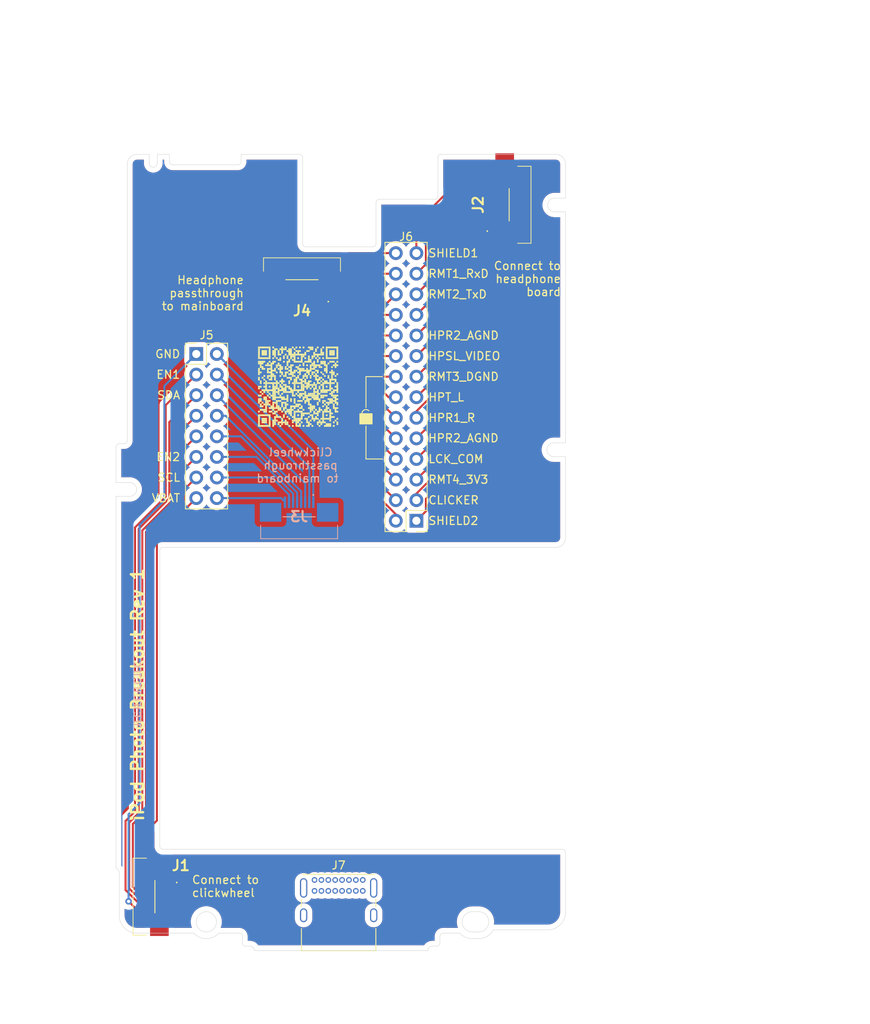
<source format=kicad_pcb>
(kicad_pcb (version 20221018) (generator pcbnew)
  (layers (0 "F.Cu" signal) (31 "B.Cu" signal) (34 "B.Paste" user) (35 "F.Paste" user) (36 "B.SilkS" user "B.Silkscreen") (37 "F.SilkS" user "F.Silkscreen") (38 "B.Mask" user) (39 "F.Mask" user) (44 "Edge.Cuts" user))
  (property "DATE" "YYYY-MM-DD HH:MM:SS")
  (property "REVISION" "DEV")
  (net 0 "")
  (net 5 "CW_5")
  (net 6 "CW_4")
  (net 7 "HP_11")
  (net 10 "CW_5MB")
  (net 11 "CW_4MB")
  (net 14 "HP_11MB")
  (net 25 "CW_GND")
  (net 26 "CW_SDA")
  (net 27 "CW_SCL")
  (net 28 "CW_VBAT")
  (net 29 "CW_VBATMB")
  (net 30 "CW_SCLMB")
  (net 31 "CW_SDAMB")
  (net 32 "CW_GNDMB")
  (net 33 "CW_EN1")
  (net 34 "CW_EN2")
  (net 35 "CW_EN2MB")
  (net 36 "CW_EN1MB")
  (net 37 "HP_SHIELD1")
  (net 38 "HP_HPR2_AGND")
  (net 39 "HP_HPSL_VIDEO")
  (net 40 "HP_RMT3_DGND")
  (net 41 "HP_HPT_L")
  (net 42 "HP_HPR1_R")
  (net 43 "HP_LCK_COM")
  (net 44 "HP_RMT1_RxD")
  (net 45 "HP_RMT2_TxD")
  (net 46 "HP_RMT4_3V3")
  (net 47 "HP_SHIELD2")
  (net 48 "HP_CLICKER")
  (net 49 "HP_SHIELD2MB")
  (net 50 "HP_LCK_COMMB")
  (net 51 "HP_HPR1_RMB")
  (net 52 "HP_HPT_LMB")
  (net 53 "HP_RMT3_DGNDMB")
  (net 54 "HP_HPSL_VIDEOMB")
  (net 55 "HP_HPR2_AGNDMB")
  (net 56 "HP_CLICKERMB")
  (net 57 "HP_RMT4_3V3MB")
  (net 58 "HP_RMT2_TxDMB")
  (net 59 "HP_SHIELD1MB")
  (net 60 "HP_RMT1_RxDMB")
  (net 62 "HP_HPR2_AGND#2")
  (net 63 "HP_HPR2_AGNDMB#2")
  (footprint "Gigahawk:SFV8R2STE1HLF" (layer "F.Cu") (at 44.069 134.778 -90)
    (fp_text reference "J1" (at -3.841 -3.175 180) (layer "F.SilkS") (effects (font (size 1.27 1.27) (thickness 0.254))))
    (fp_text value "SFV8R-2STE1HLF" hide)
    (pad "1" smd rect (at -1.75 -1.775 270) (size 0.3 1.4) (layers "F.Cu" "F.Paste" "F.Mask") (net 28 "CW_VBAT"))
    (pad "2" smd rect (at -1.25 -1.775 270) (size 0.3 1.4) (layers "F.Cu" "F.Paste" "F.Mask") (net 27 "CW_SCL"))
    (pad "3" smd rect (at -0.75 -1.775 270) (size 0.3 1.4) (layers "F.Cu" "F.Paste" "F.Mask") (net 34 "CW_EN2"))
    (pad "4" smd rect (at -0.25 -1.775 270) (size 0.3 1.4) (layers "F.Cu" "F.Paste" "F.Mask") (net 6 "CW_4"))
    (pad "5" smd rect (at 0.25 -1.775 270) (size 0.3 1.4) (layers "F.Cu" "F.Paste" "F.Mask") (net 5 "CW_5"))
    (pad "6" smd rect (at 0.75 -1.775 270) (size 0.3 1.4) (layers "F.Cu" "F.Paste" "F.Mask") (net 26 "CW_SDA"))
    (pad "7" smd rect (at 1.25 -1.775 270) (size 0.3 1.4) (layers "F.Cu" "F.Paste" "F.Mask") (net 33 "CW_EN1"))
    (pad "8" smd rect (at 1.75 -1.775 270) (size 0.3 1.4) (layers "F.Cu" "F.Paste" "F.Mask") (net 25 "CW_GND"))
    (pad "M1" smd rect (at -3.525 -0.525) (size 2.3 2.65) (layers "F.Cu" "F.Paste" "F.Mask"))
    (pad "M2" smd rect (at 3.525 -0.525) (size 2.3 2.65) (layers "F.Cu" "F.Paste" "F.Mask"))
  )
  (footprint "Gigahawk:SFV14R2STE1HLF" (layer "F.Cu") (at 87.757 49.403 90)
    (fp_text reference "J2" (at 0 -3.81 90) (layer "F.SilkS") (effects (font (size 1.27 1.27) (thickness 0.254))))
    (fp_text value "SFV14R-2STE1HLF" hide)
    (pad "1" smd rect (at -3.25 -1.775 90) (size 0.3 1.4) (layers "F.Cu" "F.Paste" "F.Mask") (net 47 "HP_SHIELD2"))
    (pad "2" smd rect (at -2.75 -1.775 90) (size 0.3 1.4) (layers "F.Cu" "F.Paste" "F.Mask") (net 48 "HP_CLICKER"))
    (pad "3" smd rect (at -2.25 -1.775 90) (size 0.3 1.4) (layers "F.Cu" "F.Paste" "F.Mask") (net 46 "HP_RMT4_3V3"))
    (pad "4" smd rect (at -1.75 -1.775 90) (size 0.3 1.4) (layers "F.Cu" "F.Paste" "F.Mask") (net 43 "HP_LCK_COM"))
    (pad "5" smd rect (at -1.25 -1.775 90) (size 0.3 1.4) (layers "F.Cu" "F.Paste" "F.Mask") (net 62 "HP_HPR2_AGND#2"))
    (pad "6" smd rect (at -0.75 -1.775 90) (size 0.3 1.4) (layers "F.Cu" "F.Paste" "F.Mask") (net 42 "HP_HPR1_R"))
    (pad "7" smd rect (at -0.25 -1.775 90) (size 0.3 1.4) (layers "F.Cu" "F.Paste" "F.Mask") (net 41 "HP_HPT_L"))
    (pad "8" smd rect (at 0.25 -1.775 90) (size 0.3 1.4) (layers "F.Cu" "F.Paste" "F.Mask") (net 40 "HP_RMT3_DGND"))
    (pad "9" smd rect (at 0.75 -1.775 90) (size 0.3 1.4) (layers "F.Cu" "F.Paste" "F.Mask") (net 39 "HP_HPSL_VIDEO"))
    (pad "10" smd rect (at 1.25 -1.775 90) (size 0.3 1.4) (layers "F.Cu" "F.Paste" "F.Mask") (net 38 "HP_HPR2_AGND"))
    (pad "11" smd rect (at 1.75 -1.775 90) (size 0.3 1.4) (layers "F.Cu" "F.Paste" "F.Mask") (net 7 "HP_11"))
    (pad "12" smd rect (at 2.25 -1.775 90) (size 0.3 1.4) (layers "F.Cu" "F.Paste" "F.Mask") (net 45 "HP_RMT2_TxD"))
    (pad "13" smd rect (at 2.75 -1.775 90) (size 0.3 1.4) (layers "F.Cu" "F.Paste" "F.Mask") (net 44 "HP_RMT1_RxD"))
    (pad "14" smd rect (at 3.25 -1.775 90) (size 0.3 1.4) (layers "F.Cu" "F.Paste" "F.Mask") (net 37 "HP_SHIELD1"))
    (pad "M1" smd rect (at -5.025 -0.525 180) (size 2.3 2.65) (layers "F.Cu" "F.Paste" "F.Mask"))
    (pad "M2" smd rect (at 5.025 -0.525 180) (size 2.3 2.65) (layers "F.Cu" "F.Paste" "F.Mask"))
  )
  (footprint "Gigahawk:SFV14R2STE1HLF" (layer "F.Cu") (at 62.202 58.677 180)
    (fp_text reference "J4" (at 0 -3.81) (layer "F.SilkS") (effects (font (size 1.27 1.27) (thickness 0.254))))
    (fp_text value "SFV14R-2STE1HLF" hide)
    (pad "1" smd rect (at -3.25 -1.775 180) (size 0.3 1.4) (layers "F.Cu" "F.Paste" "F.Mask") (net 59 "HP_SHIELD1MB"))
    (pad "2" smd rect (at -2.75 -1.775 180) (size 0.3 1.4) (layers "F.Cu" "F.Paste" "F.Mask") (net 60 "HP_RMT1_RxDMB"))
    (pad "3" smd rect (at -2.25 -1.775 180) (size 0.3 1.4) (layers "F.Cu" "F.Paste" "F.Mask") (net 58 "HP_RMT2_TxDMB"))
    (pad "4" smd rect (at -1.75 -1.775 180) (size 0.3 1.4) (layers "F.Cu" "F.Paste" "F.Mask") (net 14 "HP_11MB"))
    (pad "5" smd rect (at -1.25 -1.775 180) (size 0.3 1.4) (layers "F.Cu" "F.Paste" "F.Mask") (net 55 "HP_HPR2_AGNDMB"))
    (pad "6" smd rect (at -0.75 -1.775 180) (size 0.3 1.4) (layers "F.Cu" "F.Paste" "F.Mask") (net 54 "HP_HPSL_VIDEOMB"))
    (pad "7" smd rect (at -0.25 -1.775 180) (size 0.3 1.4) (layers "F.Cu" "F.Paste" "F.Mask") (net 53 "HP_RMT3_DGNDMB"))
    (pad "8" smd rect (at 0.25 -1.775 180) (size 0.3 1.4) (layers "F.Cu" "F.Paste" "F.Mask") (net 52 "HP_HPT_LMB"))
    (pad "9" smd rect (at 0.75 -1.775 180) (size 0.3 1.4) (layers "F.Cu" "F.Paste" "F.Mask") (net 51 "HP_HPR1_RMB"))
    (pad "10" smd rect (at 1.25 -1.775 180) (size 0.3 1.4) (layers "F.Cu" "F.Paste" "F.Mask") (net 63 "HP_HPR2_AGNDMB#2"))
    (pad "11" smd rect (at 1.75 -1.775 180) (size 0.3 1.4) (layers "F.Cu" "F.Paste" "F.Mask") (net 50 "HP_LCK_COMMB"))
    (pad "12" smd rect (at 2.25 -1.775 180) (size 0.3 1.4) (layers "F.Cu" "F.Paste" "F.Mask") (net 57 "HP_RMT4_3V3MB"))
    (pad "13" smd rect (at 2.75 -1.775 180) (size 0.3 1.4) (layers "F.Cu" "F.Paste" "F.Mask") (net 56 "HP_CLICKERMB"))
    (pad "14" smd rect (at 3.25 -1.775 180) (size 0.3 1.4) (layers "F.Cu" "F.Paste" "F.Mask") (net 49 "HP_SHIELD2MB"))
    (pad "M1" smd rect (at -5.025 -0.525 270) (size 2.3 2.65) (layers "F.Cu" "F.Paste" "F.Mask"))
    (pad "M2" smd rect (at 5.025 -0.525 270) (size 2.3 2.65) (layers "F.Cu" "F.Paste" "F.Mask"))
  )
  (footprint "Connector_PinHeader_2.54mm:PinHeader_2x08_P2.54mm_Vertical" (layer "F.Cu") (at 49.149 67.818)
    (fp_text reference "J5" (at 1.27 -2.33) (layer "F.SilkS"))
    (fp_text value "Conn_02x08_Odd_Even")
    (pad "1" thru_hole rect (at 0 0) (size 1.7 1.7) (drill 1) (layers "*.Cu" "*.Mask") (net 25 "CW_GND"))
    (pad "2" thru_hole oval (at 2.54 0) (size 1.7 1.7) (drill 1) (layers "*.Cu" "*.Mask") (net 32 "CW_GNDMB"))
    (pad "3" thru_hole oval (at 0 2.54) (size 1.7 1.7) (drill 1) (layers "*.Cu" "*.Mask") (net 33 "CW_EN1"))
    (pad "4" thru_hole oval (at 2.54 2.54) (size 1.7 1.7) (drill 1) (layers "*.Cu" "*.Mask") (net 36 "CW_EN1MB"))
    (pad "5" thru_hole oval (at 0 5.08) (size 1.7 1.7) (drill 1) (layers "*.Cu" "*.Mask") (net 26 "CW_SDA"))
    (pad "6" thru_hole oval (at 2.54 5.08) (size 1.7 1.7) (drill 1) (layers "*.Cu" "*.Mask") (net 31 "CW_SDAMB"))
    (pad "7" thru_hole oval (at 0 7.62) (size 1.7 1.7) (drill 1) (layers "*.Cu" "*.Mask") (net 5 "CW_5"))
    (pad "8" thru_hole oval (at 2.54 7.62) (size 1.7 1.7) (drill 1) (layers "*.Cu" "*.Mask") (net 10 "CW_5MB"))
    (pad "9" thru_hole oval (at 0 10.16) (size 1.7 1.7) (drill 1) (layers "*.Cu" "*.Mask") (net 6 "CW_4"))
    (pad "10" thru_hole oval (at 2.54 10.16) (size 1.7 1.7) (drill 1) (layers "*.Cu" "*.Mask") (net 11 "CW_4MB"))
    (pad "11" thru_hole oval (at 0 12.7) (size 1.7 1.7) (drill 1) (layers "*.Cu" "*.Mask") (net 34 "CW_EN2"))
    (pad "12" thru_hole oval (at 2.54 12.7) (size 1.7 1.7) (drill 1) (layers "*.Cu" "*.Mask") (net 35 "CW_EN2MB"))
    (pad "13" thru_hole oval (at 0 15.24) (size 1.7 1.7) (drill 1) (layers "*.Cu" "*.Mask") (net 27 "CW_SCL"))
    (pad "14" thru_hole oval (at 2.54 15.24) (size 1.7 1.7) (drill 1) (layers "*.Cu" "*.Mask") (net 30 "CW_SCLMB"))
    (pad "15" thru_hole oval (at 0 17.78) (size 1.7 1.7) (drill 1) (layers "*.Cu" "*.Mask") (net 28 "CW_VBAT"))
    (pad "16" thru_hole oval (at 2.54 17.78) (size 1.7 1.7) (drill 1) (layers "*.Cu" "*.Mask") (net 29 "CW_VBATMB"))
  )
  (footprint "Connector_PinHeader_2.54mm:PinHeader_2x14_P2.54mm_Vertical" (layer "F.Cu") (at 76.327 88.392 180)
    (fp_text reference "J6" (at 1.27 35.052) (layer "F.SilkS"))
    (fp_text value "Conn_02x14_Odd_Even")
    (pad "1" thru_hole rect (at 0 0 180) (size 1.7 1.7) (drill 1) (layers "*.Cu" "*.Mask") (net 47 "HP_SHIELD2"))
    (pad "2" thru_hole oval (at 2.54 0 180) (size 1.7 1.7) (drill 1) (layers "*.Cu" "*.Mask") (net 49 "HP_SHIELD2MB"))
    (pad "3" thru_hole oval (at 0 2.54 180) (size 1.7 1.7) (drill 1) (layers "*.Cu" "*.Mask") (net 48 "HP_CLICKER"))
    (pad "4" thru_hole oval (at 2.54 2.54 180) (size 1.7 1.7) (drill 1) (layers "*.Cu" "*.Mask") (net 56 "HP_CLICKERMB"))
    (pad "5" thru_hole oval (at 0 5.08 180) (size 1.7 1.7) (drill 1) (layers "*.Cu" "*.Mask") (net 46 "HP_RMT4_3V3"))
    (pad "6" thru_hole oval (at 2.54 5.08 180) (size 1.7 1.7) (drill 1) (layers "*.Cu" "*.Mask") (net 57 "HP_RMT4_3V3MB"))
    (pad "7" thru_hole oval (at 0 7.62 180) (size 1.7 1.7) (drill 1) (layers "*.Cu" "*.Mask") (net 43 "HP_LCK_COM"))
    (pad "8" thru_hole oval (at 2.54 7.62 180) (size 1.7 1.7) (drill 1) (layers "*.Cu" "*.Mask") (net 50 "HP_LCK_COMMB"))
    (pad "9" thru_hole oval (at 0 10.16 180) (size 1.7 1.7) (drill 1) (layers "*.Cu" "*.Mask") (net 62 "HP_HPR2_AGND#2"))
    (pad "10" thru_hole oval (at 2.54 10.16 180) (size 1.7 1.7) (drill 1) (layers "*.Cu" "*.Mask") (net 63 "HP_HPR2_AGNDMB#2"))
    (pad "11" thru_hole oval (at 0 12.7 180) (size 1.7 1.7) (drill 1) (layers "*.Cu" "*.Mask") (net 42 "HP_HPR1_R"))
    (pad "12" thru_hole oval (at 2.54 12.7 180) (size 1.7 1.7) (drill 1) (layers "*.Cu" "*.Mask") (net 51 "HP_HPR1_RMB"))
    (pad "13" thru_hole oval (at 0 15.24 180) (size 1.7 1.7) (drill 1) (layers "*.Cu" "*.Mask") (net 41 "HP_HPT_L"))
    (pad "14" thru_hole oval (at 2.54 15.24 180) (size 1.7 1.7) (drill 1) (layers "*.Cu" "*.Mask") (net 52 "HP_HPT_LMB"))
    (pad "15" thru_hole oval (at 0 17.78 180) (size 1.7 1.7) (drill 1) (layers "*.Cu" "*.Mask") (net 40 "HP_RMT3_DGND"))
    (pad "16" thru_hole oval (at 2.54 17.78 180) (size 1.7 1.7) (drill 1) (layers "*.Cu" "*.Mask") (net 53 "HP_RMT3_DGNDMB"))
    (pad "17" thru_hole oval (at 0 20.32 180) (size 1.7 1.7) (drill 1) (layers "*.Cu" "*.Mask") (net 39 "HP_HPSL_VIDEO"))
    (pad "18" thru_hole oval (at 2.54 20.32 180) (size 1.7 1.7) (drill 1) (layers "*.Cu" "*.Mask") (net 54 "HP_HPSL_VIDEOMB"))
    (pad "19" thru_hole oval (at 0 22.86 180) (size 1.7 1.7) (drill 1) (layers "*.Cu" "*.Mask") (net 38 "HP_HPR2_AGND"))
    (pad "20" thru_hole oval (at 2.54 22.86 180) (size 1.7 1.7) (drill 1) (layers "*.Cu" "*.Mask") (net 55 "HP_HPR2_AGNDMB"))
    (pad "21" thru_hole oval (at 0 25.4 180) (size 1.7 1.7) (drill 1) (layers "*.Cu" "*.Mask") (net 7 "HP_11"))
    (pad "22" thru_hole oval (at 2.54 25.4 180) (size 1.7 1.7) (drill 1) (layers "*.Cu" "*.Mask") (net 14 "HP_11MB"))
    (pad "23" thru_hole oval (at 0 27.94 180) (size 1.7 1.7) (drill 1) (layers "*.Cu" "*.Mask") (net 45 "HP_RMT2_TxD"))
    (pad "24" thru_hole oval (at 2.54 27.94 180) (size 1.7 1.7) (drill 1) (layers "*.Cu" "*.Mask") (net 58 "HP_RMT2_TxDMB"))
    (pad "25" thru_hole oval (at 0 30.48 180) (size 1.7 1.7) (drill 1) (layers "*.Cu" "*.Mask") (net 44 "HP_RMT1_RxD"))
    (pad "26" thru_hole oval (at 2.54 30.48 180) (size 1.7 1.7) (drill 1) (layers "*.Cu" "*.Mask") (net 60 "HP_RMT1_RxDMB"))
    (pad "27" thru_hole oval (at 0 33.02 180) (size 1.7 1.7) (drill 1) (layers "*.Cu" "*.Mask") (net 37 "HP_SHIELD1"))
    (pad "28" thru_hole oval (at 2.54 33.02 180) (size 1.7 1.7) (drill 1) (layers "*.Cu" "*.Mask") (net 59 "HP_SHIELD1MB"))
  )
  (footprint "Gigahawk:USB_C_Receptacle_GCT_USB4085" (layer "F.Cu") (at 63.754 132.715)
    (fp_text reference "J7" (at 2.975 -1.8) (layer "F.SilkS"))
    (fp_text value "USB_C_Receptacle_USB2.0")
    (pad "A1" thru_hole circle (at 0 0) (size 0.7 0.7) (drill 0.4) (layers "*.Cu" "*.Mask"))
    (pad "A4" thru_hole circle (at 0.85 0) (size 0.7 0.7) (drill 0.4) (layers "*.Cu" "*.Mask"))
    (pad "A5" thru_hole circle (at 1.7 0) (size 0.7 0.7) (drill 0.4) (layers "*.Cu" "*.Mask"))
    (pad "A6" thru_hole circle (at 2.55 0) (size 0.7 0.7) (drill 0.4) (layers "*.Cu" "*.Mask"))
    (pad "A7" thru_hole circle (at 3.4 0) (size 0.7 0.7) (drill 0.4) (layers "*.Cu" "*.Mask"))
    (pad "A8" thru_hole circle (at 4.25 0) (size 0.7 0.7) (drill 0.4) (layers "*.Cu" "*.Mask"))
    (pad "A9" thru_hole circle (at 5.1 0) (size 0.7 0.7) (drill 0.4) (layers "*.Cu" "*.Mask"))
    (pad "A12" thru_hole circle (at 5.95 0) (size 0.7 0.7) (drill 0.4) (layers "*.Cu" "*.Mask"))
    (pad "B1" thru_hole circle (at 5.95 1.35) (size 0.7 0.7) (drill 0.4) (layers "*.Cu" "*.Mask"))
    (pad "B4" thru_hole circle (at 5.1 1.35) (size 0.7 0.7) (drill 0.4) (layers "*.Cu" "*.Mask"))
    (pad "B5" thru_hole circle (at 4.25 1.35) (size 0.7 0.7) (drill 0.4) (layers "*.Cu" "*.Mask"))
    (pad "B6" thru_hole circle (at 3.4 1.35) (size 0.7 0.7) (drill 0.4) (layers "*.Cu" "*.Mask"))
    (pad "B7" thru_hole circle (at 2.55 1.35) (size 0.7 0.7) (drill 0.4) (layers "*.Cu" "*.Mask"))
    (pad "B8" thru_hole circle (at 1.7 1.35) (size 0.7 0.7) (drill 0.4) (layers "*.Cu" "*.Mask"))
    (pad "B9" thru_hole circle (at 0.85 1.35) (size 0.7 0.7) (drill 0.4) (layers "*.Cu" "*.Mask"))
    (pad "B12" thru_hole circle (at 0 1.35) (size 0.7 0.7) (drill 0.4) (layers "*.Cu" "*.Mask"))
    (pad "S1" thru_hole oval (at -1.35 0.98) (size 0.9 2.4) (drill oval 0.6 2.1) (layers "*.Cu" "*.Mask"))
    (pad "S1" thru_hole oval (at -1.35 4.36) (size 0.9 1.7) (drill oval 0.6 1.4) (layers "*.Cu" "*.Mask"))
    (pad "S1" thru_hole oval (at 7.3 0.98) (size 0.9 2.4) (drill oval 0.6 2.1) (layers "*.Cu" "*.Mask"))
    (pad "S1" thru_hole oval (at 7.3 4.36) (size 0.9 1.7) (drill oval 0.6 1.4) (layers "*.Cu" "*.Mask"))
  )
  (footprint "QR:QR_data" (layer "F.Cu") (at 61.78 71.9)
    (fp_text reference "QR1" hide)
    (fp_text value "QR_data" hide)
  )
  (footprint "Gigahawk:SFV8R2STE1HLF" (layer "B.Cu") (at 61.849 87.884 180)
    (fp_text reference "J3" (at 0 0) (layer "B.SilkS") (effects (font (size 1.27 1.27) (thickness 0.254)) (justify mirror)))
    (fp_text value "SFV8R-2STE1HLF" hide)
    (pad "1" smd rect (at -1.75 1.775 180) (size 0.3 1.4) (layers "B.Cu" "B.Paste" "B.Mask") (net 32 "CW_GNDMB"))
    (pad "2" smd rect (at -1.25 1.775 180) (size 0.3 1.4) (layers "B.Cu" "B.Paste" "B.Mask") (net 36 "CW_EN1MB"))
    (pad "3" smd rect (at -0.75 1.775 180) (size 0.3 1.4) (layers "B.Cu" "B.Paste" "B.Mask") (net 31 "CW_SDAMB"))
    (pad "4" smd rect (at -0.25 1.775 180) (size 0.3 1.4) (layers "B.Cu" "B.Paste" "B.Mask") (net 10 "CW_5MB"))
    (pad "5" smd rect (at 0.25 1.775 180) (size 0.3 1.4) (layers "B.Cu" "B.Paste" "B.Mask") (net 11 "CW_4MB"))
    (pad "6" smd rect (at 0.75 1.775 180) (size 0.3 1.4) (layers "B.Cu" "B.Paste" "B.Mask") (net 35 "CW_EN2MB"))
    (pad "7" smd rect (at 1.25 1.775 180) (size 0.3 1.4) (layers "B.Cu" "B.Paste" "B.Mask") (net 30 "CW_SCLMB"))
    (pad "8" smd rect (at 1.75 1.775 180) (size 0.3 1.4) (layers "B.Cu" "B.Paste" "B.Mask") (net 29 "CW_VBATMB"))
    (pad "M1" smd rect (at -3.525 0.525 90) (size 2.3 2.65) (layers "B.Cu" "B.Paste" "B.Mask"))
    (pad "M2" smd rect (at 3.525 0.525 90) (size 2.3 2.65) (layers "B.Cu" "B.Paste" "B.Mask"))
  )
  (gr_line (start 72.136 70.612) (end 70.104 70.612) (stroke (width 0.12)) (layer "F.SilkS"))
  (gr_line (start 70.104 70.612) (end 70.104 74.422) (stroke (width 0.12)) (layer "F.SilkS"))
  (gr_poly (pts (xy 70.866 76.454) (xy 69.342 76.454) (xy 69.342 75.184) (xy 70.866 75.184)) (stroke (width 0.1)) (fill solid) (layer "F.SilkS"))
  (gr_line (start 70.104 80.772) (end 70.104 76.708) (stroke (width 0.12)) (layer "F.SilkS"))
  (gr_line (start 72.136 80.772) (end 70.104 80.772) (stroke (width 0.12)) (layer "F.SilkS"))
  (gr_arc (start 69.596 75.184) (mid 69.909597 74.714669) (end 70.46321 74.82479) (stroke (width 0.12)) (layer "F.SilkS"))
  (gr_arc (start 93.54 43.18) (mid 94.388528 43.531472) (end 94.74 44.38) (stroke (width 0.05)) (layer "Edge.Cuts"))
  (gr_arc (start 44.64 92.08) (mid 44.757157 91.797157) (end 45.04 91.68) (stroke (width 0.05)) (layer "Edge.Cuts"))
  (gr_line (start 41.84 139.28) (end 48.858 139.28) (stroke (width 0.05)) (layer "Edge.Cuts"))
  (gr_arc (start 93.29 80.48) (mid 92.44 79.63) (end 93.29 78.78) (stroke (width 0.05)) (layer "Edge.Cuts"))
  (gr_line (start 39.24 79.28) (end 39.24 83.68) (stroke (width 0.05)) (layer "Edge.Cuts"))
  (gr_line (start 93.39 48.58) (end 94.74 48.58) (stroke (width 0.05)) (layer "Edge.Cuts"))
  (gr_arc (start 83.221683 139.955337) (mid 82.384731 139.778948) (end 81.69 139.28) (stroke (width 0.05)) (layer "Edge.Cuts"))
  (gr_arc (start 39.24 79.28) (mid 39.357157 78.997157) (end 39.64 78.88) (stroke (width 0.05)) (layer "Edge.Cuts"))
  (gr_arc (start 84.022 136.63) (mid 85.272 137.88) (end 84.022 139.13) (stroke (width 0.05)) (layer "Edge.Cuts"))
  (gr_line (start 40.64 78.48) (end 40.64 44.38) (stroke (width 0.05)) (layer "Edge.Cuts"))
  (gr_arc (start 54.44 139.28) (mid 54.722843 139.397157) (end 54.84 139.68) (stroke (width 0.05)) (layer "Edge.Cuts"))
  (gr_arc (start 61.89 43.18) (mid 62.172843 43.297157) (end 62.29 43.58) (stroke (width 0.05)) (layer "Edge.Cuts"))
  (gr_line (start 93.54 91.68) (end 45.04 91.68) (stroke (width 0.05)) (layer "Edge.Cuts"))
  (gr_arc (start 78.99 43.58) (mid 79.107157 43.297157) (end 79.39 43.18) (stroke (width 0.05)) (layer "Edge.Cuts"))
  (gr_line (start 93.29 78.78) (end 94.74 78.78) (stroke (width 0.05)) (layer "Edge.Cuts"))
  (gr_line (start 54.69 43.18) (end 61.89 43.18) (stroke (width 0.05)) (layer "Edge.Cuts"))
  (gr_arc (start 40.64 78.48) (mid 40.522843 78.762843) (end 40.24 78.88) (stroke (width 0.05)) (layer "Edge.Cuts"))
  (gr_line (start 39.24 85.38) (end 39.24 131.08) (stroke (width 0.05)) (layer "Edge.Cuts"))
  (gr_line (start 94.74 50.28) (end 94.74 78.78) (stroke (width 0.05)) (layer "Edge.Cuts"))
  (gr_arc (start 51.921573 139.280467) (mid 50.389684 139.955337) (end 48.858 139.28) (stroke (width 0.05)) (layer "Edge.Cuts"))
  (gr_arc (start 94.74 136.68) (mid 94.095635 138.235635) (end 92.54 138.88) (stroke (width 0.05)) (layer "Edge.Cuts"))
  (gr_arc (start 93.39 50.28) (mid 92.54 49.43) (end 93.39 48.58) (stroke (width 0.05)) (layer "Edge.Cuts"))
  (gr_arc (start 55.79 140.88) (mid 56.178909 141.041091) (end 56.34 141.43) (stroke (width 0.05)) (layer "Edge.Cuts"))
  (gr_line (start 54.69 43.18) (end 54.69 44.08) (stroke (width 0.05)) (layer "Edge.Cuts"))
  (gr_line (start 56.34 141.43) (end 77.74 141.43) (stroke (width 0.05)) (layer "Edge.Cuts"))
  (gr_line (start 94.74 80.48) (end 94.74 90.48) (stroke (width 0.05)) (layer "Edge.Cuts"))
  (gr_line (start 45.04 128.93) (end 94.34 128.93) (stroke (width 0.05)) (layer "Edge.Cuts"))
  (gr_line (start 94.74 129.33) (end 94.74 136.68) (stroke (width 0.05)) (layer "Edge.Cuts"))
  (gr_arc (start 46.24 44.48) (mid 45.957157 44.362843) (end 45.84 44.08) (stroke (width 0.05)) (layer "Edge.Cuts"))
  (gr_line (start 39.64 131.811) (end 39.64 137.08) (stroke (width 0.05)) (layer "Edge.Cuts"))
  (gr_arc (start 55.24 140.88) (mid 54.957157 140.762843) (end 54.84 140.48) (stroke (width 0.05)) (layer "Edge.Cuts"))
  (gr_arc (start 79.24 140.48) (mid 79.122843 140.762843) (end 78.84 140.88) (stroke (width 0.05)) (layer "Edge.Cuts"))
  (gr_line (start 94.74 44.38) (end 94.74 48.58) (stroke (width 0.05)) (layer "Edge.Cuts"))
  (gr_line (start 39.357 131.363) (end 39.523 131.529) (stroke (width 0.05)) (layer "Edge.Cuts"))
  (gr_line (start 83.222 139.955) (end 84.022 139.955) (stroke (width 0.05)) (layer "Edge.Cuts"))
  (gr_line (start 46.24 44.48) (end 54.29 44.48) (stroke (width 0.05)) (layer "Edge.Cuts"))
  (gr_line (start 79.39 43.18) (end 93.54 43.18) (stroke (width 0.05)) (layer "Edge.Cuts"))
  (gr_arc (start 62.69 54.6) (mid 62.407157 54.482843) (end 62.29 54.2) (stroke (width 0.05)) (layer "Edge.Cuts"))
  (gr_line (start 51.922 139.28) (end 54.44 139.28) (stroke (width 0.05)) (layer "Edge.Cuts"))
  (gr_arc (start 79.24 139.68) (mid 79.357157 139.397157) (end 79.64 139.28) (stroke (width 0.05)) (layer "Edge.Cuts"))
  (gr_line (start 78.29 140.88) (end 78.84 140.88) (stroke (width 0.05)) (layer "Edge.Cuts"))
  (gr_line (start 83.222 139.13) (end 84.022 139.13) (stroke (width 0.05)) (layer "Edge.Cuts"))
  (gr_line (start 78.99 43.58) (end 78.99 48.33) (stroke (width 0.05)) (layer "Edge.Cuts"))
  (gr_line (start 44.64 92.08) (end 44.64 128.53) (stroke (width 0.05)) (layer "Edge.Cuts"))
  (gr_arc (start 41.84 139.28) (mid 40.284365 138.635635) (end 39.64 137.08) (stroke (width 0.05)) (layer "Edge.Cuts"))
  (gr_line (start 44.34 43.18) (end 45.84 43.18) (stroke (width 0.05)) (layer "Edge.Cuts"))
  (gr_line (start 45.84 43.18) (end 45.84 44.08) (stroke (width 0.05)) (layer "Edge.Cuts"))
  (gr_line (start 41.84 43.18) (end 43.34 43.18) (stroke (width 0.05)) (layer "Edge.Cuts"))
  (gr_arc (start 71.34 49.13) (mid 71.457157 48.847157) (end 71.74 48.73) (stroke (width 0.05)) (layer "Edge.Cuts"))
  (gr_line (start 79.24 140.48) (end 79.24 139.68) (stroke (width 0.05)) (layer "Edge.Cuts"))
  (gr_arc (start 45.04 128.93) (mid 44.757157 128.812843) (end 44.64 128.53) (stroke (width 0.05)) (layer "Edge.Cuts"))
  (gr_circle (center 50.39 137.88) (end 49.14 137.88) (stroke (width 0.05)) (fill none) (layer "Edge.Cuts"))
  (gr_arc (start 39.522843 131.528157) (mid 39.609552 131.657926) (end 39.64 131.811) (stroke (width 0.05)) (layer "Edge.Cuts"))
  (gr_line (start 62.69 54.6) (end 70.94 54.6) (stroke (width 0.05)) (layer "Edge.Cuts"))
  (gr_line (start 79.64 139.28) (end 81.69 139.28) (stroke (width 0.05)) (layer "Edge.Cuts"))
  (gr_line (start 62.29 54.2) (end 62.29 43.58) (stroke (width 0.05)) (layer "Edge.Cuts"))
  (gr_arc (start 94.74 90.48) (mid 94.388528 91.328528) (end 93.54 91.68) (stroke (width 0.05)) (layer "Edge.Cuts"))
  (gr_line (start 93.39 50.28) (end 94.74 50.28) (stroke (width 0.05)) (layer "Edge.Cuts"))
  (gr_arc (start 40.94 83.68) (mid 41.79 84.53) (end 40.94 85.38) (stroke (width 0.05)) (layer "Edge.Cuts"))
  (gr_line (start 39.24 85.38) (end 40.94 85.38) (stroke (width 0.05)) (layer "Edge.Cuts"))
  (gr_arc (start 94.34 128.93) (mid 94.622843 129.047157) (end 94.74 129.33) (stroke (width 0.05)) (layer "Edge.Cuts"))
  (gr_line (start 85.84 138.88) (end 92.54 138.88) (stroke (width 0.05)) (layer "Edge.Cuts"))
  (gr_arc (start 85.840144 138.879988) (mid 85.078089 139.666141) (end 84.022 139.955) (stroke (width 0.05)) (layer "Edge.Cuts"))
  (gr_line (start 44.34 44.28) (end 44.34 43.18) (stroke (width 0.05)) (layer "Edge.Cuts"))
  (gr_arc (start 39.357157 131.362843) (mid 39.270448 131.233074) (end 39.24 131.08) (stroke (width 0.05)) (layer "Edge.Cuts"))
  (gr_arc (start 78.99 48.33) (mid 78.872843 48.612843) (end 78.59 48.73) (stroke (width 0.05)) (layer "Edge.Cuts"))
  (gr_arc (start 44.34 44.28) (mid 43.84 44.78) (end 43.34 44.28) (stroke (width 0.05)) (layer "Edge.Cuts"))
  (gr_line (start 54.84 139.68) (end 54.84 140.48) (stroke (width 0.05)) (layer "Edge.Cuts"))
  (gr_line (start 93.29 80.48) (end 94.74 80.48) (stroke (width 0.05)) (layer "Edge.Cuts"))
  (gr_line (start 43.34 44.28) (end 43.34 43.18) (stroke (width 0.05)) (layer "Edge.Cuts"))
  (gr_arc (start 71.34 54.2) (mid 71.222843 54.482843) (end 70.94 54.6) (stroke (width 0.05)) (layer "Edge.Cuts"))
  (gr_line (start 71.34 49.13) (end 71.34 54.2) (stroke (width 0.05)) (layer "Edge.Cuts"))
  (gr_line (start 71.74 48.73) (end 78.59 48.73) (stroke (width 0.05)) (layer "Edge.Cuts"))
  (gr_arc (start 83.222 139.13) (mid 81.972 137.88) (end 83.222 136.63) (stroke (width 0.05)) (layer "Edge.Cuts"))
  (gr_arc (start 40.64 44.38) (mid 40.991472 43.531472) (end 41.84 43.18) (stroke (width 0.05)) (layer "Edge.Cuts"))
  (gr_line (start 83.222 136.63) (end 84.022 136.63) (stroke (width 0.05)) (layer "Edge.Cuts"))
  (gr_line (start 39.24 83.68) (end 40.94 83.68) (stroke (width 0.05)) (layer "Edge.Cuts"))
  (gr_line (start 55.24 140.88) (end 55.79 140.88) (stroke (width 0.05)) (layer "Edge.Cuts"))
  (gr_line (start 39.64 78.88) (end 40.24 78.88) (stroke (width 0.05)) (layer "Edge.Cuts"))
  (gr_arc (start 77.74 141.43) (mid 77.901091 141.041091) (end 78.29 140.88) (stroke (width 0.05)) (layer "Edge.Cuts"))
  (gr_arc (start 54.69 44.08) (mid 54.572843 44.362843) (end 54.29 44.48) (stroke (width 0.05)) (layer "Edge.Cuts"))
  (gr_text "JLCJLCJLCJLC\n" (at 41.91 109.855 90) (layer "B.SilkS") (effects (font (size 0.8 0.8))))
  (gr_text "Clickwheel \npassthrough \nto mainboard" (at 61.65 81.55) (layer "B.SilkS") (effects (font (size 1 1)) (justify mirror)))
  (gr_text "EN1" (at 47.244 70.358) (layer "F.SilkS") (effects (font (size 1 1)) (justify right)))
  (gr_text "VBAT" (at 47.244 85.598) (layer "F.SilkS") (effects (font (size 1 1)) (justify right)))
  (gr_text "SCL" (at 47.244 83.058) (layer "F.SilkS") (effects (font (size 1 1)) (justify right)))
  (gr_text "EN2" (at 47.244 80.518) (layer "F.SilkS") (effects (font (size 1 1)) (justify right)))
  (gr_text "SDA" (at 47.244 72.898) (layer "F.SilkS") (effects (font (size 1 1)) (justify right)))
  (gr_text "GND" (at 47.244 67.818) (layer "F.SilkS") (effects (font (size 1 1)) (justify right)))
  (gr_text "LCK_COM" (at 77.724 80.772) (layer "F.SilkS") (effects (font (size 1 1)) (justify left)))
  (gr_text "RMT4_3V3" (at 77.724 83.312) (layer "F.SilkS") (effects (font (size 1 1)) (justify left)))
  (gr_text "CLICKER" (at 77.724 85.852) (layer "F.SilkS") (effects (font (size 1 1)) (justify left)))
  (gr_text "SHIELD2" (at 77.724 88.392) (layer "F.SilkS") (effects (font (size 1 1)) (justify left)))
  (gr_text "Connect to\nheadphone\nboard" (at 94.25 58.55) (layer "F.SilkS") (effects (font (size 1 1)) (justify right)))
  (gr_text "Connect to \nclickwheel" (at 48.55 133.5) (layer "F.SilkS") (effects (font (size 1 1)) (justify left)))
  (gr_text "HPT_L" (at 77.724 73.152) (layer "F.SilkS") (effects (font (size 1 1)) (justify left)))
  (gr_text "HPSL_VIDEO" (at 77.724 68.072) (layer "F.SilkS") (effects (font (size 1 1)) (justify left)))
  (gr_text "RMT3_DGND" (at 77.724 70.612) (layer "F.SilkS") (effects (font (size 1 1)) (justify left)))
  (gr_text "RMT2_TxD" (at 77.724 60.452) (layer "F.SilkS") (effects (font (size 1 1)) (justify left)))
  (gr_text "SHIELD1" (at 77.724 55.372) (layer "F.SilkS") (effects (font (size 1 1)) (justify left)))
  (gr_text "Headphone\npassthrough\nto mainboard" (at 55.1 60.3) (layer "F.SilkS") (effects (font (size 1 1)) (justify right)))
  (gr_text "iPod Photo Breakout Rev 1\n" (at 41.91 109.855 90) (layer "F.SilkS") (effects (font (size 1.5 1.5) (thickness 0.3))))
  (gr_text "RMT1_RxD" (at 77.724 57.912) (layer "F.SilkS") (effects (font (size 1 1)) (justify left)))
  (gr_text "HPR2_AGND" (at 77.724 65.532) (layer "F.SilkS") (effects (font (size 1 1)) (justify left)))
  (gr_text "HPR2_AGND" (at 77.7 78.2) (layer "F.SilkS") (effects (font (size 1 1)) (justify left)))
  (gr_text "HPR1_R" (at 77.724 75.692) (layer "F.SilkS") (effects (font (size 1 1)) (justify left)))
  (segment (start 41.318963 125.807397) (end 42.489952 124.636408) (width 0.25) (layer "F.Cu") (net 5))
  (segment (start 42.489952 124.636408) (end 42.489953 89.588637) (width 0.25) (layer "F.Cu") (net 5))
  (segment (start 45.844 135.028) (end 42.763364 135.028) (width 0.25) (layer "F.Cu") (net 5))
  (segment (start 46.27497 85.80362) (end 46.27497 78.31203) (width 0.25) (layer "F.Cu") (net 5))
  (segment (start 41.318962 133.583598) (end 41.318963 125.807397) (width 0.25) (layer "F.Cu") (net 5))
  (segment (start 42.763364 135.028) (end 41.318962 133.583598) (width 0.25) (layer "F.Cu") (net 5))
  (segment (start 42.489953 89.588637) (end 46.27497 85.80362) (width 0.25) (layer "F.Cu") (net 5))
  (segment (start 46.27497 78.31203) (end 49.149 75.438) (width 0.25) (layer "F.Cu") (net 5))
  (segment (start 42.939962 89.775038) (end 46.72498 85.99002) (width 0.25) (layer "F.Cu") (net 6))
  (segment (start 46.72498 85.99002) (end 46.72498 80.40202) (width 0.25) (layer "F.Cu") (net 6))
  (segment (start 41.768971 133.397199) (end 41.768972 125.993798) (width 0.25) (layer "F.Cu") (net 6))
  (segment (start 46.72498 80.40202) (end 49.149 77.978) (width 0.25) (layer "F.Cu") (net 6))
  (segment (start 42.939962 124.822808) (end 42.939962 89.775038) (width 0.25) (layer "F.Cu") (net 6))
  (segment (start 42.899772 134.528) (end 41.768971 133.397199) (width 0.25) (layer "F.Cu") (net 6))
  (segment (start 41.768972 125.993798) (end 42.939962 124.822808) (width 0.25) (layer "F.Cu") (net 6))
  (segment (start 45.844 134.528) (end 42.899772 134.528) (width 0.25) (layer "F.Cu") (net 6))
  (segment (start 78.402021 60.916979) (end 78.402021 51.523209) (width 0.25) (layer "F.Cu") (net 7))
  (segment (start 82.27223 47.653) (end 85.982 47.653) (width 0.25) (layer "F.Cu") (net 7))
  (segment (start 76.327 62.992) (end 78.402021 60.916979) (width 0.25) (layer "F.Cu") (net 7))
  (segment (start 78.402021 51.523209) (end 82.27223 47.653) (width 0.25) (layer "F.Cu") (net 7))
  (segment (start 52.772232 75.438) (end 51.689 75.438) (width 0.25) (layer "B.Cu") (net 10))
  (segment (start 62.099 84.764768) (end 52.772232 75.438) (width 0.25) (layer "B.Cu") (net 10))
  (segment (start 62.099 86.109) (end 62.099 84.764768) (width 0.25) (layer "B.Cu") (net 10))
  (segment (start 61.599 86.109) (end 61.599 84.901178) (width 0.25) (layer "B.Cu") (net 11))
  (segment (start 54.675822 77.978) (end 51.689 77.978) (width 0.25) (layer "B.Cu") (net 11))
  (segment (start 61.599 84.901178) (end 54.675822 77.978) (width 0.25) (layer "B.Cu") (net 11))
  (segment (start 65.284178 62.992) (end 73.787 62.992) (width 0.25) (layer "F.Cu") (net 14))
  (segment (start 63.952 61.659822) (end 65.284178 62.992) (width 0.25) (layer "F.Cu") (net 14))
  (segment (start 63.952 60.452) (end 63.952 61.659822) (width 0.25) (layer "F.Cu") (net 14))
  (segment (start 45.844 136.528) (end 41.96524 136.528) (width 0.25) (layer "F.Cu") (net 25))
  (segment (start 41.96524 136.528) (end 40.79312 135.35588) (width 0.25) (layer "F.Cu") (net 25))
  (via (at 40.79312 135.35588) (size 0.8) (drill 0.4) (layers "F.Cu" "B.Cu") (net 25))
  (segment (start 40.79312 124.61312) (end 42.146604 123.259636) (width 0.25) (layer "B.Cu") (net 25))
  (segment (start 40.79312 135.35588) (end 40.79312 124.61312) (width 0.25) (layer "B.Cu") (net 25))
  (segment (start 42.146604 88.917396) (end 45.212 85.852) (width 0.25) (layer "B.Cu") (net 25))
  (segment (start 45.212 71.755) (end 49.149 67.818) (width 0.25) (layer "B.Cu") (net 25))
  (segment (start 45.212 85.852) (end 45.212 71.755) (width 0.25) (layer "B.Cu") (net 25))
  (segment (start 42.146604 123.259636) (end 42.146604 88.917396) (width 0.25) (layer "B.Cu") (net 25))
  (segment (start 42.039943 124.450007) (end 42.039944 89.402236) (width 0.25) (layer "F.Cu") (net 26))
  (segment (start 40.868954 133.769998) (end 40.868954 125.620996) (width 0.25) (layer "F.Cu") (net 26))
  (segment (start 40.868954 125.620996) (end 42.039943 124.450007) (width 0.25) (layer "F.Cu") (net 26))
  (segment (start 45.82496 76.22204) (end 49.149 72.898) (width 0.25) (layer "F.Cu") (net 26))
  (segment (start 45.82496 85.61722) (end 45.82496 76.22204) (width 0.25) (layer "F.Cu") (net 26))
  (segment (start 45.844 135.528) (end 42.626956 135.528) (width 0.25) (layer "F.Cu") (net 26))
  (segment (start 42.626956 135.528) (end 40.868954 133.769998) (width 0.25) (layer "F.Cu") (net 26))
  (segment (start 42.039944 89.402236) (end 45.82496 85.61722) (width 0.25) (layer "F.Cu") (net 26))
  (segment (start 43.839981 90.270609) (end 47.625 86.48559) (width 0.25) (layer "F.Cu") (net 27))
  (segment (start 42.668989 133.024401) (end 42.66899 126.3666) (width 0.25) (layer "F.Cu") (net 27))
  (segment (start 47.625 84.582) (end 49.149 83.058) (width 0.25) (layer "F.Cu") (net 27))
  (segment (start 43.83998 125.19561) (end 43.839981 90.270609) (width 0.25) (layer "F.Cu") (net 27))
  (segment (start 42.66899 126.3666) (end 43.83998 125.19561) (width 0.25) (layer "F.Cu") (net 27))
  (segment (start 43.172588 133.528) (end 42.668989 133.024401) (width 0.25) (layer "F.Cu") (net 27))
  (segment (start 45.844 133.528) (end 43.172588 133.528) (width 0.25) (layer "F.Cu") (net 27))
  (segment (start 47.625 86.48559) (end 47.625 84.582) (width 0.25) (layer "F.Cu") (net 27))
  (segment (start 43.118999 132.838001) (end 43.118999 126.553001) (width 0.25) (layer "F.Cu") (net 28))
  (segment (start 44.28999 90.45701) (end 49.149 85.598) (width 0.25) (layer "F.Cu") (net 28))
  (segment (start 43.308998 133.028) (end 43.118999 132.838001) (width 0.25) (layer "F.Cu") (net 28))
  (segment (start 45.844 133.028) (end 43.308998 133.028) (width 0.25) (layer "F.Cu") (net 28))
  (segment (start 43.118999 126.553001) (end 44.28999 125.38201) (width 0.25) (layer "F.Cu") (net 28))
  (segment (start 44.28999 125.38201) (end 44.28999 90.45701) (width 0.25) (layer "F.Cu") (net 28))
  (segment (start 60.099 86.073998) (end 59.623002 85.598) (width 0.25) (layer "B.Cu") (net 29))
  (segment (start 59.623002 85.598) (end 51.689 85.598) (width 0.25) (layer "B.Cu") (net 29))
  (segment (start 60.099 86.109) (end 60.099 86.073998) (width 0.25) (layer "B.Cu") (net 29))
  (segment (start 58.483002 83.058) (end 51.689 83.058) (width 0.25) (layer "B.Cu") (net 30))
  (segment (start 60.599 85.173998) (end 58.483002 83.058) (width 0.25) (layer "B.Cu") (net 30))
  (segment (start 60.599 86.109) (end 60.599 85.173998) (width 0.25) (layer "B.Cu") (net 30))
  (segment (start 62.599 86.109) (end 62.599 83.808) (width 0.25) (layer "B.Cu") (net 31))
  (segment (start 62.599 83.808) (end 51.689 72.898) (width 0.25) (layer "B.Cu") (net 31))
  (segment (start 63.599 79.728) (end 51.689 67.818) (width 0.25) (layer "B.Cu") (net 32))
  (segment (start 63.599 86.109) (end 63.599 79.728) (width 0.25) (layer "B.Cu") (net 32))
  (segment (start 42.490546 136.028) (end 40.418944 133.956398) (width 0.25) (layer "F.Cu") (net 33))
  (segment (start 45.844 136.028) (end 42.490546 136.028) (width 0.25) (layer "F.Cu") (net 33))
  (segment (start 40.418945 125.434595) (end 41.589934 124.263606) (width 0.25) (layer "F.Cu") (net 33))
  (segment (start 45.37495 74.13205) (end 49.149 70.358) (width 0.25) (layer "F.Cu") (net 33))
  (segment (start 45.37495 85.43082) (end 45.37495 74.13205) (width 0.25) (layer "F.Cu") (net 33))
  (segment (start 41.589934 124.263606) (end 41.589935 89.215835) (width 0.25) (layer "F.Cu") (net 33))
  (segment (start 40.418944 133.956398) (end 40.418945 125.434595) (width 0.25) (layer "F.Cu") (net 33))
  (segment (start 41.589935 89.215835) (end 45.37495 85.43082) (width 0.25) (layer "F.Cu") (net 33))
  (segment (start 47.17499 86.29919) (end 47.17499 82.49201) (width 0.25) (layer "F.Cu") (net 34))
  (segment (start 42.218981 126.180199) (end 43.389971 125.009209) (width 0.25) (layer "F.Cu") (net 34))
  (segment (start 43.389971 125.009209) (end 43.389972 90.084208) (width 0.25) (layer "F.Cu") (net 34))
  (segment (start 43.03618 134.028) (end 42.21898 133.2108) (width 0.25) (layer "F.Cu") (net 34))
  (segment (start 45.844 134.028) (end 43.03618 134.028) (width 0.25) (layer "F.Cu") (net 34))
  (segment (start 42.21898 133.2108) (end 42.218981 126.180199) (width 0.25) (layer "F.Cu") (net 34))
  (segment (start 43.389972 90.084208) (end 47.17499 86.29919) (width 0.25) (layer "F.Cu") (net 34))
  (segment (start 47.17499 82.49201) (end 49.149 80.518) (width 0.25) (layer "F.Cu") (net 34))
  (segment (start 56.579412 80.518) (end 51.689 80.518) (width 0.25) (layer "B.Cu") (net 35))
  (segment (start 61.099 85.037588) (end 56.579412 80.518) (width 0.25) (layer "B.Cu") (net 35))
  (segment (start 61.099 86.109) (end 61.099 85.037588) (width 0.25) (layer "B.Cu") (net 35))
  (segment (start 63.099 81.768) (end 51.689 70.358) (width 0.25) (layer "B.Cu") (net 36))
  (segment (start 63.099 86.109) (end 63.099 81.768) (width 0.25) (layer "B.Cu") (net 36))
  (segment (start 76.327 51.689) (end 81.863 46.153) (width 0.25) (layer "F.Cu") (net 37))
  (segment (start 76.327 55.372) (end 76.327 51.689) (width 0.25) (layer "F.Cu") (net 37))
  (segment (start 81.863 46.153) (end 85.982 46.153) (width 0.25) (layer "F.Cu") (net 37))
  (segment (start 78.852031 51.709609) (end 82.40864 48.153) (width 0.25) (layer "F.Cu") (net 38))
  (segment (start 78.852031 63.006969) (end 78.852031 51.709609) (width 0.25) (layer "F.Cu") (net 38))
  (segment (start 76.327 65.532) (end 78.852031 63.006969) (width 0.25) (layer "F.Cu") (net 38))
  (segment (start 82.40864 48.153) (end 85.982 48.153) (width 0.25) (layer "F.Cu") (net 38))
  (segment (start 82.595566 48.653) (end 79.302041 51.946525) (width 0.25) (layer "F.Cu") (net 39))
  (segment (start 79.302041 51.946525) (end 79.302041 65.096959) (width 0.25) (layer "F.Cu") (net 39))
  (segment (start 85.982 48.653) (end 82.595566 48.653) (width 0.25) (layer "F.Cu") (net 39))
  (segment (start 79.302041 65.096959) (end 76.327 68.072) (width 0.25) (layer "F.Cu") (net 39))
  (segment (start 79.752051 67.186949) (end 76.327 70.612) (width 0.25) (layer "F.Cu") (net 40))
  (segment (start 79.752051 52.324) (end 79.752051 67.186949) (width 0.25) (layer "F.Cu") (net 40))
  (segment (start 85.982 49.153) (end 82.923051 49.153) (width 0.25) (layer "F.Cu") (net 40))
  (segment (start 82.923051 49.153) (end 79.752051 52.324) (width 0.25) (layer "F.Cu") (net 40))
  (segment (start 80.202061 69.276939) (end 76.327 73.152) (width 0.25) (layer "F.Cu") (net 41))
  (segment (start 85.982 49.653) (end 83.059461 49.653) (width 0.25) (layer "F.Cu") (net 41))
  (segment (start 80.202061 52.5104) (end 80.202061 69.276939) (width 0.25) (layer "F.Cu") (net 41))
  (segment (start 83.059461 49.653) (end 80.202061 52.5104) (width 0.25) (layer "F.Cu") (net 41))
  (segment (start 80.652071 52.6968) (end 80.652071 70.565931) (width 0.25) (layer "F.Cu") (net 42))
  (segment (start 76.327 74.891002) (end 76.327 75.692) (width 0.25) (layer "F.Cu") (net 42))
  (segment (start 83.195871 50.153) (end 80.652071 52.6968) (width 0.25) (layer "F.Cu") (net 42))
  (segment (start 80.652071 70.565931) (end 76.327 74.891002) (width 0.25) (layer "F.Cu") (net 42))
  (segment (start 85.982 50.153) (end 83.195871 50.153) (width 0.25) (layer "F.Cu") (net 42))
  (segment (start 81.552091 53.0696) (end 81.552091 75.546909) (width 0.25) (layer "F.Cu") (net 43))
  (segment (start 83.468691 51.153) (end 81.552091 53.0696) (width 0.25) (layer "F.Cu") (net 43))
  (segment (start 81.552091 75.546909) (end 76.327 80.772) (width 0.25) (layer "F.Cu") (net 43))
  (segment (start 85.982 51.153) (end 83.468691 51.153) (width 0.25) (layer "F.Cu") (net 43))
  (segment (start 77.502001 56.736999) (end 77.502001 51.150409) (width 0.25) (layer "F.Cu") (net 44))
  (segment (start 77.502001 51.150409) (end 81.99941 46.653) (width 0.25) (layer "F.Cu") (net 44))
  (segment (start 76.327 57.912) (end 77.502001 56.736999) (width 0.25) (layer "F.Cu") (net 44))
  (segment (start 81.99941 46.653) (end 85.982 46.653) (width 0.25) (layer "F.Cu") (net 44))
  (segment (start 77.952011 51.336809) (end 82.13582 47.153) (width 0.25) (layer "F.Cu") (net 45))
  (segment (start 82.13582 47.153) (end 85.982 47.153) (width 0.25) (layer "F.Cu") (net 45))
  (segment (start 76.327 60.452) (end 77.952011 58.826989) (width 0.25) (layer "F.Cu") (net 45))
  (segment (start 77.952011 58.826989) (end 77.952011 51.336809) (width 0.25) (layer "F.Cu") (net 45))
  (segment (start 82.002101 77.636899) (end 76.327 83.312) (width 0.25) (layer "F.Cu") (net 46))
  (segment (start 85.982 51.653) (end 83.605101 51.653) (width 0.25) (layer "F.Cu") (net 46))
  (segment (start 83.605101 51.653) (end 82.002101 53.256) (width 0.25) (layer "F.Cu") (net 46))
  (segment (start 82.002101 53.256) (end 82.002101 77.636899) (width 0.25) (layer "F.Cu") (net 46))
  (segment (start 77.502001 87.216999) (end 76.327 88.392) (width 0.25) (layer "F.Cu") (net 47))
  (segment (start 82.902121 80.292879) (end 77.502001 85.692999) (width 0.25) (layer "F.Cu") (net 47))
  (segment (start 77.502001 85.692999) (end 77.502001 87.216999) (width 0.25) (layer "F.Cu") (net 47))
  (segment (start 82.902121 53.6288) (end 82.902121 80.292879) (width 0.25) (layer "F.Cu") (net 47))
  (segment (start 83.877921 52.653) (end 82.902121 53.6288) (width 0.25) (layer "F.Cu") (net 47))
  (segment (start 85.982 52.653) (end 83.877921 52.653) (width 0.25) (layer "F.Cu") (net 47))
  (segment (start 82.452111 53.4424) (end 82.452111 78.925891) (width 0.25) (layer "F.Cu") (net 48))
  (segment (start 76.327 85.051002) (end 76.327 85.852) (width 0.25) (layer "F.Cu") (net 48))
  (segment (start 85.982 52.153) (end 83.741511 52.153) (width 0.25) (layer "F.Cu") (net 48))
  (segment (start 83.741511 52.153) (end 82.452111 53.4424) (width 0.25) (layer "F.Cu") (net 48))
  (segment (start 82.452111 78.925891) (end 76.327 85.051002) (width 0.25) (layer "F.Cu") (net 48))
  (segment (start 73.787 87.591002) (end 73.787 88.392) (width 0.25) (layer "F.Cu") (net 49))
  (segment (start 58.952 60.452) (end 58.952 72.756002) (width 0.25) (layer "F.Cu") (net 49))
  (segment (start 58.952 72.756002) (end 73.787 87.591002) (width 0.25) (layer "F.Cu") (net 49))
  (segment (start 60.452 61.341) (end 60.50199 61.39099) (width 0.25) (layer "F.Cu") (net 50))
  (segment (start 60.50199 61.39099) (end 60.50199 67.48699) (width 0.25) (layer "F.Cu") (net 50))
  (segment (start 60.452 60.452) (end 60.452 61.341) (width 0.25) (layer "F.Cu") (net 50))
  (segment (start 60.50199 67.48699) (end 73.787 80.772) (width 0.25) (layer "F.Cu") (net 50))
  (segment (start 61.468 60.452) (end 61.476999 60.460999) (width 0.25) (layer "F.Cu") (net 51))
  (segment (start 61.452 60.452) (end 61.468 60.452) (width 0.25) (layer "F.Cu") (net 51))
  (segment (start 61.476999 60.460999) (end 61.476999 63.381999) (width 0.25) (layer "F.Cu") (net 51))
  (segment (start 61.476999 63.381999) (end 73.787 75.692) (width 0.25) (layer "F.Cu") (net 51))
  (segment (start 72.898538 73.152) (end 73.787 73.152) (width 0.25) (layer "F.Cu") (net 52))
  (segment (start 61.952 60.452) (end 61.952 62.205462) (width 0.25) (layer "F.Cu") (net 52))
  (segment (start 61.952 62.205462) (end 72.898538 73.152) (width 0.25) (layer "F.Cu") (net 52))
  (segment (start 62.452 60.452) (end 62.452 62.069052) (width 0.25) (layer "F.Cu") (net 53))
  (segment (start 62.452 62.069052) (end 70.994948 70.612) (width 0.25) (layer "F.Cu") (net 53))
  (segment (start 70.994948 70.612) (end 73.787 70.612) (width 0.25) (layer "F.Cu") (net 53))
  (segment (start 69.091358 68.072) (end 73.787 68.072) (width 0.25) (layer "F.Cu") (net 54))
  (segment (start 62.952 61.932642) (end 69.091358 68.072) (width 0.25) (layer "F.Cu") (net 54))
  (segment (start 62.952 60.452) (end 62.952 61.932642) (width 0.25) (layer "F.Cu") (net 54))
  (segment (start 63.452 61.796232) (end 67.187768 65.532) (width 0.25) (layer "F.Cu") (net 55))
  (segment (start 67.187768 65.532) (end 73.787 65.532) (width 0.25) (layer "F.Cu") (net 55))
  (segment (start 63.452 60.452) (end 63.452 61.796232) (width 0.25) (layer "F.Cu") (net 55))
  (segment (start 59.452 71.517) (end 73.787 85.852) (width 0.25) (layer "F.Cu") (net 56))
  (segment (start 59.452 60.452) (end 59.452 71.517) (width 0.25) (layer "F.Cu") (net 56))
  (segment (start 59.952 60.452) (end 59.952 69.477) (width 0.25) (layer "F.Cu") (net 57))
  (segment (start 59.952 69.477) (end 73.787 83.312) (width 0.25) (layer "F.Cu") (net 57))
  (segment (start 64.452 61.523412) (end 64.452 60.452) (width 0.25) (layer "F.Cu") (net 58))
  (segment (start 64.855598 61.92701) (end 64.452 61.523412) (width 0.25) (layer "F.Cu") (net 58))
  (segment (start 73.787 60.452) (end 72.311989 61.927011) (width 0.25) (layer "F.Cu") (net 58))
  (segment (start 72.311989 61.927011) (end 64.855598 61.92701) (width 0.25) (layer "F.Cu") (net 58))
  (segment (start 65.452 57.916998) (end 67.996998 55.372) (width 0.25) (layer "F.Cu") (net 59))
  (segment (start 67.996998 55.372) (end 73.787 55.372) (width 0.25) (layer "F.Cu") (net 59))
  (segment (start 65.452 60.452) (end 65.452 57.916998) (width 0.25) (layer "F.Cu") (net 59))
  (segment (start 64.952 61.387002) (end 65.041999 61.477001) (width 0.25) (layer "F.Cu") (net 60))
  (segment (start 65.041999 61.477001) (end 68.062999 61.477001) (width 0.25) (layer "F.Cu") (net 60))
  (segment (start 71.628 57.912) (end 73.787 57.912) (width 0.25) (layer "F.Cu") (net 60))
  (segment (start 64.952 60.452) (end 64.952 61.387002) (width 0.25) (layer "F.Cu") (net 60))
  (segment (start 68.062999 61.477001) (end 71.628 57.912) (width 0.25) (layer "F.Cu") (net 60))
  (segment (start 83.332281 50.653) (end 81.102081 52.8832) (width 0.25) (layer "F.Cu") (net 62))
  (segment (start 81.102081 52.8832) (end 81.102081 73.456919) (width 0.25) (layer "F.Cu") (net 62))
  (segment (start 85.982 50.653) (end 83.332281 50.653) (width 0.25) (layer "F.Cu") (net 62))
  (segment (start 81.102081 73.456919) (end 76.327 78.232) (width 0.25) (layer "F.Cu") (net 62))
  (segment (start 61.026989 65.471989) (end 73.787 78.232) (width 0.25) (layer "F.Cu") (net 63))
  (segment (start 60.952 60.452) (end 60.952 61.387002) (width 0.25) (layer "F.Cu") (net 63))
  (segment (start 61.026989 61.461991) (end 61.026989 65.471989) (width 0.25) (layer "F.Cu") (net 63))
  (segment (start 60.952 61.387002) (end 61.026989 61.461991) (width 0.25) (layer "F.Cu") (net 63))
  (zone (net 0) (net_name "") (layer "F.Cu") (connect_pads (clearance 0.508)) (min_thickness 0.254) (fill yes (thermal_gap 0.508) (thermal_bridge_width 0.508))
    (polygon (pts (xy 96.52 142.24) (xy 38.1 142.24) (xy 38.1 40.64) (xy 96.52 40.64)))
  )
  (zone (net 0) (net_name "") (layer "B.Cu") (connect_pads (clearance 0.508)) (min_thickness 0.254) (fill yes (thermal_gap 0.508) (thermal_bridge_width 0.508))
    (polygon (pts (xy 96.52 142.24) (xy 38.1 142.24) (xy 38.1 40.64) (xy 96.52 40.64)))
  )
)
</source>
